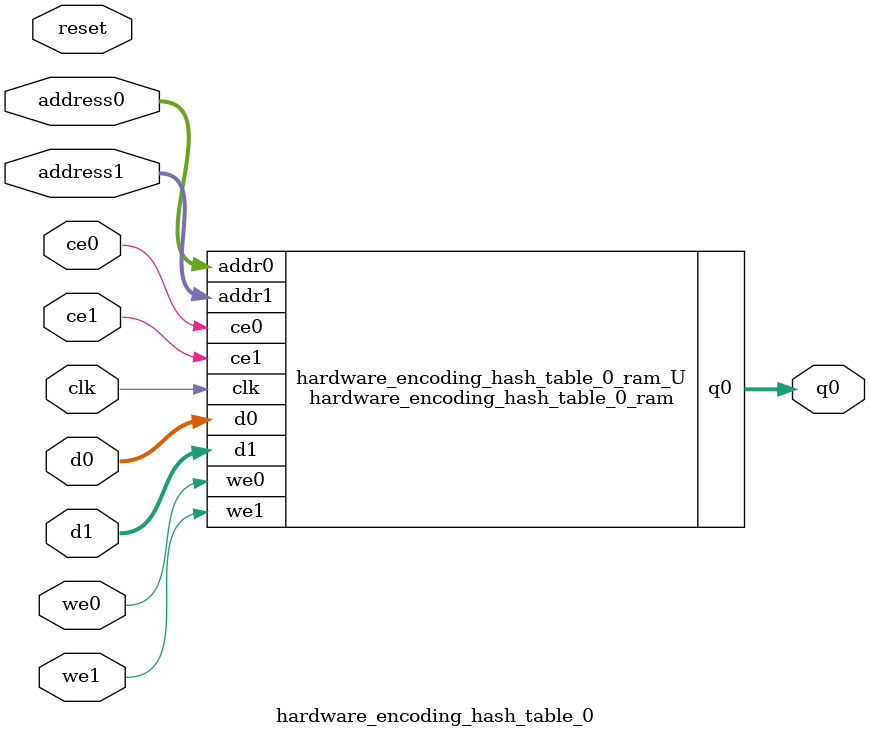
<source format=v>
`timescale 1 ns / 1 ps
module hardware_encoding_hash_table_0_ram (addr0, ce0, d0, we0, q0, addr1, ce1, d1, we1,  clk);

parameter DWIDTH = 33;
parameter AWIDTH = 15;
parameter MEM_SIZE = 32768;

input[AWIDTH-1:0] addr0;
input ce0;
input[DWIDTH-1:0] d0;
input we0;
output reg[DWIDTH-1:0] q0;
input[AWIDTH-1:0] addr1;
input ce1;
input[DWIDTH-1:0] d1;
input we1;
input clk;

reg [DWIDTH-1:0] ram[0:MEM_SIZE-1];




always @(posedge clk)  
begin 
    if (ce0) begin
        if (we0) 
            ram[addr0] <= d0; 
        q0 <= ram[addr0];
    end
end


always @(posedge clk)  
begin 
    if (ce1) begin
        if (we1) 
            ram[addr1] <= d1; 
    end
end


endmodule

`timescale 1 ns / 1 ps
module hardware_encoding_hash_table_0(
    reset,
    clk,
    address0,
    ce0,
    we0,
    d0,
    q0,
    address1,
    ce1,
    we1,
    d1);

parameter DataWidth = 32'd33;
parameter AddressRange = 32'd32768;
parameter AddressWidth = 32'd15;
input reset;
input clk;
input[AddressWidth - 1:0] address0;
input ce0;
input we0;
input[DataWidth - 1:0] d0;
output[DataWidth - 1:0] q0;
input[AddressWidth - 1:0] address1;
input ce1;
input we1;
input[DataWidth - 1:0] d1;



hardware_encoding_hash_table_0_ram hardware_encoding_hash_table_0_ram_U(
    .clk( clk ),
    .addr0( address0 ),
    .ce0( ce0 ),
    .we0( we0 ),
    .d0( d0 ),
    .q0( q0 ),
    .addr1( address1 ),
    .ce1( ce1 ),
    .we1( we1 ),
    .d1( d1 ));

endmodule


</source>
